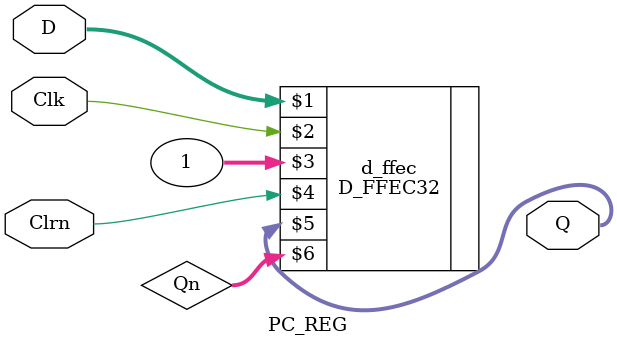
<source format=v>
`timescale 1ns / 1ps


module PC_REG(D, Clk, Clrn, Q);
    input [31:0] D;
    input Clk, Clrn;
    output [31:0] Q;
    wire [31:0] Qn;
    D_FFEC32 d_ffec(D, Clk, 1, Clrn, Q, Qn);
endmodule

</source>
